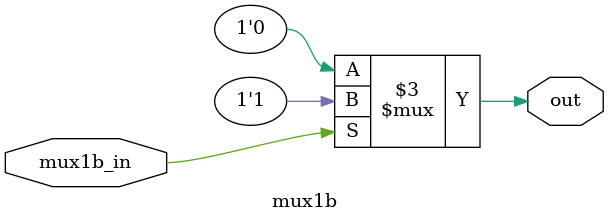
<source format=v>
module mux1b (mux1b_in, out);

input mux1b_in;
output reg out;

always @ (*)
begin
	if(mux1b_in)
		out = 1;
	else 
		out = 0;
end
	
endmodule 
</source>
